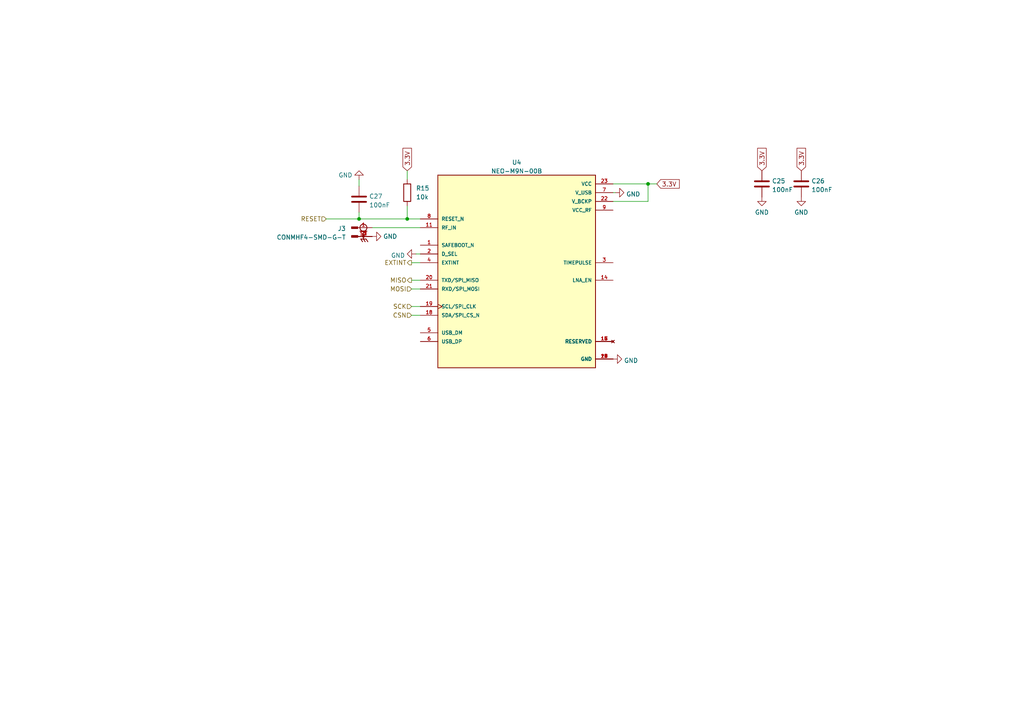
<source format=kicad_sch>
(kicad_sch (version 20211123) (generator eeschema)
  (paper "A4")
  (lib_symbols
    (symbol "Device:C" (pin_numbers hide) (pin_names (offset 0.254))
      (property "Reference" "C" (at 0.635 2.54 0))
      (property "Value" "C" (at 0.635 -2.54 0))
      (symbol "C_0_1"
        (polyline (pts (xy -2.032 -0.762) (xy 2.032 -0.762)) (stroke (width 0.508)))
        (polyline (pts (xy -2.032 0.762) (xy 2.032 0.762)) (stroke (width 0.508)))
      )
      (symbol "C_1_1"
        (pin passive line (at 0 3.81 270) (length 2.794) (name "~") (number "1"))
        (pin passive line (at 0 -3.81 90) (length 2.794) (name "~") (number "2"))
      )
    )
    (symbol "Device:R" (pin_numbers hide) (pin_names (offset 0))
      (property "Reference" "R" (at 2.032 0 90))
      (property "Value" "R" (at 0 0 90))
      (symbol "R_0_1"
        (rectangle (start -1.016 -2.54) (end 1.016 2.54) (stroke (width 0.254)))
      )
      (symbol "R_1_1"
        (pin passive line (at 0 3.81 270) (length 1.27) (name "~") (number "1"))
        (pin passive line (at 0 -3.81 90) (length 1.27) (name "~") (number "2"))
      )
    )
    (symbol "ICs:NEO-M9N-00B" (pin_names (offset 1.016))
      (property "Reference" "U" (at -22.86 28.702 0))
      (property "Value" "NEO-M9N-00B" (at -22.86 -30.48 0))
      (symbol "NEO-M9N-00B_0_0"
        (rectangle (start -22.86 -27.94) (end 22.86 27.94) (stroke (width 0.254)) (fill (type background)))
        (pin input line (at -27.94 7.62 0) (length 5.08) (name "SAFEBOOT_N") (number "1"))
        (pin power_in line (at 27.94 -25.4 180) (length 5.08) (name "GND") (number "10"))
        (pin input line (at -27.94 12.7 0) (length 5.08) (name "RF_IN") (number "11"))
        (pin power_in line (at 27.94 -25.4 180) (length 5.08) (name "GND") (number "12"))
        (pin power_in line (at 27.94 -25.4 180) (length 5.08) (name "GND") (number "13"))
        (pin output line (at 27.94 -2.54 180) (length 5.08) (name "LNA_EN") (number "14"))
        (pin no_connect line (at 27.94 -20.32 180) (length 5.08) (name "RESERVED") (number "15"))
        (pin no_connect line (at 27.94 -20.32 180) (length 5.08) (name "RESERVED") (number "16"))
        (pin no_connect line (at 27.94 -20.32 180) (length 5.08) (name "RESERVED") (number "17"))
        (pin bidirectional line (at -27.94 -12.7 0) (length 5.08) (name "SDA/SPI_CS_N") (number "18"))
        (pin bidirectional clock (at -27.94 -10.16 0) (length 5.08) (name "SCL/SPI_CLK") (number "19"))
        (pin input line (at -27.94 5.08 0) (length 5.08) (name "D_SEL") (number "2"))
        (pin output line (at -27.94 -2.54 0) (length 5.08) (name "TXD/SPI_MISO") (number "20"))
        (pin input line (at -27.94 -5.08 0) (length 5.08) (name "RXD/SPI_MOSI") (number "21"))
        (pin power_in line (at 27.94 20.32 180) (length 5.08) (name "V_BCKP") (number "22"))
        (pin power_in line (at 27.94 25.4 180) (length 5.08) (name "VCC") (number "23"))
        (pin power_in line (at 27.94 -25.4 180) (length 5.08) (name "GND") (number "24"))
        (pin output line (at 27.94 2.54 180) (length 5.08) (name "TIMEPULSE") (number "3"))
        (pin input line (at -27.94 2.54 0) (length 5.08) (name "EXTINT") (number "4"))
        (pin bidirectional line (at -27.94 -17.78 0) (length 5.08) (name "USB_DM") (number "5"))
        (pin bidirectional line (at -27.94 -20.32 0) (length 5.08) (name "USB_DP") (number "6"))
        (pin power_in line (at 27.94 22.86 180) (length 5.08) (name "V_USB") (number "7"))
        (pin input line (at -27.94 15.24 0) (length 5.08) (name "RESET_N") (number "8"))
        (pin power_in line (at 27.94 17.78 180) (length 5.08) (name "VCC_RF") (number "9"))
      )
    )
    (symbol "lib:CONMHF4-SMD-G-T" (pin_names (offset 1.016))
      (property "Reference" "J" (at -3.81 1.524 0))
      (property "Value" "CONMHF4-SMD-G-T" (at -4.064 -6.858 0))
      (symbol "CONMHF4-SMD-G-T_0_0"
        (circle (center 0 -2.54) (radius 0.254) (stroke (width 0.254)))
        (polyline (pts (xy -1.016 -1.016) (xy 0 -1.016)) (stroke (width 0.254)))
        (polyline (pts (xy -0.762 -3.302) (xy -1.27 -4.064)) (stroke (width 0.254)))
        (polyline (pts (xy 0 -3.302) (xy -0.762 -3.302)) (stroke (width 0.254)))
        (polyline (pts (xy 0 -3.302) (xy -0.508 -4.064)) (stroke (width 0.254)))
        (polyline (pts (xy 0 -3.302) (xy 0.762 -3.302)) (stroke (width 0.254)))
        (polyline (pts (xy 0 -1.016) (xy 0 -3.302)) (stroke (width 0.254)))
        (polyline (pts (xy 0 -1.016) (xy 1.016 -1.016)) (stroke (width 0.254)))
        (polyline (pts (xy 0.762 -3.302) (xy 0.254 -4.064)) (stroke (width 0.254)))
        (circle (center 0 0) (radius 1.016) (stroke (width 0.254)))
        (rectangle (start 1.5875 -2.8575) (end 3.4925 -2.2225) (stroke (width 0.1)) (fill (type outline)))
        (rectangle (start 1.5875 -0.3175) (end 3.4925 0.3175) (stroke (width 0.1)) (fill (type outline)))
        (pin passive line (at -2.54 0 0) (length 5.08) (name "~") (number "1"))
        (pin passive line (at -2.54 -2.54 0) (length 5.08) (name "~") (number "S1"))
        (pin passive line (at -2.54 -2.54 0) (length 5.08) (name "~") (number "S2"))
        (pin passive line (at -2.54 -2.54 0) (length 5.08) (name "~") (number "S3"))
      )
    )
    (symbol "power:GND" (power) (pin_names (offset 0))
      (property "Value" "GND" (at 0 -3.81 0))
      (symbol "GND_0_1"
        (polyline (pts (xy 0 0) (xy 0 -1.27) (xy 1.27 -1.27) (xy 0 -2.54) (xy -1.27 -1.27) (xy 0 -1.27)))
      )
      (symbol "GND_1_1"
        (pin power_in line (at 0 0 270) (length 0) hide (name "GND") (number "1"))
      )
    )
  )
  (junction (at 187.96 53.34))
  (junction (at 118.11 63.5))
  (junction (at 104.14 63.5))
  (wire (pts (xy 119.38 91.44) (xy 121.92 91.44)))
  (wire (pts (xy 104.14 63.5) (xy 118.11 63.5)))
  (wire (pts (xy 119.38 83.82) (xy 121.92 83.82)))
  (wire (pts (xy 190.5 53.34) (xy 187.96 53.34)))
  (wire (pts (xy 119.38 88.9) (xy 121.92 88.9)))
  (wire (pts (xy 177.8 58.42) (xy 187.96 58.42)))
  (wire (pts (xy 119.38 76.2) (xy 121.92 76.2)))
  (wire (pts (xy 94.615 63.5) (xy 104.14 63.5)))
  (wire (pts (xy 177.8 53.34) (xy 187.96 53.34)))
  (wire (pts (xy 119.38 81.28) (xy 121.92 81.28)))
  (wire (pts (xy 120.65 73.66) (xy 121.92 73.66)))
  (wire (pts (xy 104.14 61.595) (xy 104.14 63.5)))
  (wire (pts (xy 118.11 49.53) (xy 118.11 52.07)))
  (wire (pts (xy 107.95 66.04) (xy 121.92 66.04)))
  (wire (pts (xy 118.11 59.69) (xy 118.11 63.5)))
  (wire (pts (xy 178.435 55.88) (xy 177.8 55.88)))
  (wire (pts (xy 118.11 63.5) (xy 121.92 63.5)))
  (wire (pts (xy 187.96 58.42) (xy 187.96 53.34)))
  (wire (pts (xy 104.14 53.975) (xy 104.14 52.07)))
  (global_label "3.3V" (shape input) (at 190.5 53.34 0) (property "Intersheet References" "${INTERSHEET_REFS}" (effects hide)))
  (global_label "3.3V" (shape input) (at 232.41 49.53 90) (property "Intersheet References" "${INTERSHEET_REFS}" (effects hide)))
  (global_label "3.3V" (shape input) (at 118.11 49.53 90) (property "Intersheet References" "${INTERSHEET_REFS}" (effects hide)))
  (global_label "3.3V" (shape input) (at 220.98 49.53 90) (property "Intersheet References" "${INTERSHEET_REFS}" (effects hide)))
  (hierarchical_label "RESET" (shape input) (at 94.615 63.5 180))
  (hierarchical_label "CSN" (shape input) (at 119.38 91.44 180))
  (hierarchical_label "SCK" (shape input) (at 119.38 88.9 180))
  (hierarchical_label "EXTINT" (shape output) (at 119.38 76.2 180))
  (hierarchical_label "MISO" (shape output) (at 119.38 81.28 180))
  (hierarchical_label "MOSI" (shape input) (at 119.38 83.82 180))
  (symbol (lib_id "Device:C") (at 232.41 53.34 0) (unit 1)
    (property "Reference" "C26" (at 235.331 52.5053 0) (effects (justify left)))
    (property "Value" "100nF" (at 235.331 55.0422 0) (effects (justify left)))
    (property "Footprint" "Capacitor_SMD:C_0603_1608Metric" (effects hide))
    (property "DIGIKEY" "https://www.digikey.de/en/products/detail/samsung-electro-mechanics/CL10B104KB8NNWC/3887593" (effects hide))
  )
  (symbol (lib_id "lib:CONMHF4-SMD-G-T") (at 105.41 66.04 0) (mirror y) (unit 1)
    (property "Reference" "J3" (at 100.33 66.2939 0) (effects (justify left)))
    (property "Value" "CONMHF4-SMD-G-T" (at 100.33 68.8339 0) (effects (justify left)))
    (property "Footprint" "LINX_CONMHF4-SMD-G-T" (effects hide))
    (property "PARTREV" "A" (effects hide))
    (property "MANUFACTURER" "Linx" (effects hide))
    (property "MAXIMUM_PACKAGE_HEIGHT" "0.6 mm" (effects hide))
    (property "STANDARD" "Manufacturer Recommendations" (effects hide))
    (property "DIGIKEY" "https://www.digikey.de/en/products/detail/adam-tech/PH1-10-UA/9830653" (effects hide))
  )
  (symbol (lib_id "power:GND") (at 220.98 57.15 0) (unit 1)
    (property "Reference" "#PWR0117" (effects hide))
    (property "Value" "GND" (at 220.98 61.5934 0))
  )
  (symbol (lib_id "power:GND") (at 107.95 68.58 90) (mirror x) (unit 1)
    (property "Reference" "#PWR04" (effects hide))
    (property "Value" "GND" (at 111.125 68.5799 90) (effects (justify right)))
  )
  (symbol (lib_id "Device:C") (at 220.98 53.34 0) (unit 1)
    (property "Reference" "C25" (at 223.901 52.5053 0) (effects (justify left)))
    (property "Value" "100nF" (at 223.901 55.0422 0) (effects (justify left)))
    (property "Footprint" "Capacitor_SMD:C_0603_1608Metric" (effects hide))
    (property "DIGIKEY" "https://www.digikey.de/en/products/detail/samsung-electro-mechanics/CL10B104KB8NNWC/3887593" (effects hide))
  )
  (symbol (lib_id "power:GND") (at 120.65 73.66 270) (unit 1)
    (property "Reference" "#PWR0114" (effects hide))
    (property "Value" "GND" (at 117.4751 74.0938 90) (effects (justify right)))
  )
  (symbol (lib_id "ICs:NEO-M9N-00B") (at 149.86 78.74 0) (unit 1)
    (property "Reference" "U4" (at 149.86 47.1002 0))
    (property "Value" "NEO-M9N-00B" (at 149.86 49.6371 0))
    (property "Footprint" "ICs:XCVR_NEO-M9N-00B" (effects hide))
    (property "Datasheet" "https://content.u-blox.com/sites/default/files/NEO-M9N-00B_DataSheet_UBX-19014285.pdf" (effects hide))
    (property "STANDARD" "Manufacturer Recommendations" (effects hide))
    (property "MAXIMUM_PACKAGE_HEIGHT" "2.6mm" (effects hide))
    (property "MANUFACTURER" "U blox" (effects hide))
    (property "PARTREV" "R05" (effects hide))
    (property "DIGIKEY" "https://www.digikey.de/en/products/detail/u-blox/NEO-M9N-00B/12149174" (effects hide))
  )
  (symbol (lib_id "power:GND") (at 104.14 52.07 0) (mirror x) (unit 1)
    (property "Reference" "#PWR0119" (effects hide))
    (property "Value" "GND" (at 102.235 50.7999 0) (effects (justify right)))
  )
  (symbol (lib_id "power:GND") (at 178.435 55.88 90) (unit 1)
    (property "Reference" "#PWR0115" (effects hide))
    (property "Value" "GND" (at 181.61 56.3138 90) (effects (justify right)))
  )
  (symbol (lib_id "power:GND") (at 232.41 57.15 0) (unit 1)
    (property "Reference" "#PWR0118" (effects hide))
    (property "Value" "GND" (at 232.41 61.5934 0))
  )
  (symbol (lib_id "Device:R") (at 118.11 55.88 0) (mirror y) (unit 1)
    (property "Reference" "R15" (at 120.65 54.6099 0) (effects (justify right)))
    (property "Value" "10k" (at 120.65 57.1499 0) (effects (justify right)))
    (property "Footprint" "Resistor_SMD:R_0603_1608Metric" (effects hide))
    (property "DIGIKEY" "https://www.digikey.de/en/products/detail/walsin-technology-corporation/WR06X103-JTL/13239132" (effects hide))
  )
  (symbol (lib_id "power:GND") (at 177.8 104.14 90) (unit 1)
    (property "Reference" "#PWR0116" (effects hide))
    (property "Value" "GND" (at 180.975 104.5738 90) (effects (justify right)))
  )
  (symbol (lib_id "Device:C") (at 104.14 57.785 0) (unit 1)
    (property "Reference" "C27" (at 107.061 56.9503 0) (effects (justify left)))
    (property "Value" "100nF" (at 107.061 59.4872 0) (effects (justify left)))
    (property "Footprint" "Capacitor_SMD:C_0603_1608Metric" (effects hide))
    (property "DIGIKEY" "https://www.digikey.de/en/products/detail/samsung-electro-mechanics/CL10B104KB8NNWC/3887593" (effects hide))
  )
)
</source>
